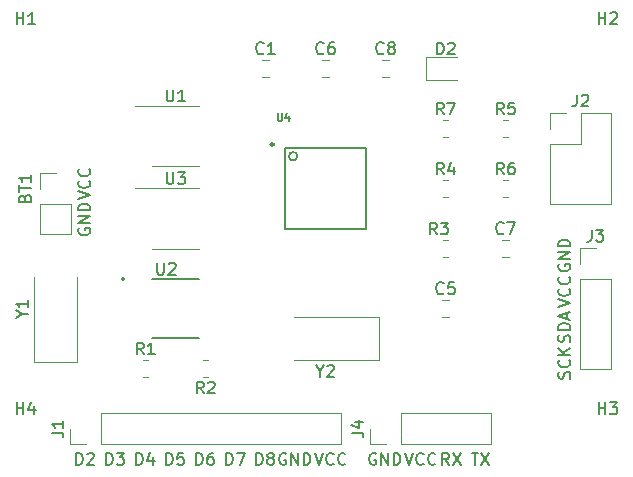
<source format=gto>
%TF.GenerationSoftware,KiCad,Pcbnew,(6.0.0)*%
%TF.CreationDate,2022-01-07T19:36:24+08:00*%
%TF.ProjectId,pj4_MCU,706a345f-4d43-4552-9e6b-696361645f70,1*%
%TF.SameCoordinates,Original*%
%TF.FileFunction,Legend,Top*%
%TF.FilePolarity,Positive*%
%FSLAX46Y46*%
G04 Gerber Fmt 4.6, Leading zero omitted, Abs format (unit mm)*
G04 Created by KiCad (PCBNEW (6.0.0)) date 2022-01-07 19:36:24*
%MOMM*%
%LPD*%
G01*
G04 APERTURE LIST*
%ADD10C,0.150000*%
%ADD11C,0.120000*%
%ADD12C,0.254000*%
%ADD13C,0.152400*%
%ADD14C,0.127000*%
%ADD15C,0.200000*%
G04 APERTURE END LIST*
D10*
X154836761Y-131770285D02*
X154884380Y-131627428D01*
X154884380Y-131389333D01*
X154836761Y-131294095D01*
X154789142Y-131246476D01*
X154693904Y-131198857D01*
X154598666Y-131198857D01*
X154503428Y-131246476D01*
X154455809Y-131294095D01*
X154408190Y-131389333D01*
X154360571Y-131579809D01*
X154312952Y-131675047D01*
X154265333Y-131722666D01*
X154170095Y-131770285D01*
X154074857Y-131770285D01*
X153979619Y-131722666D01*
X153932000Y-131675047D01*
X153884380Y-131579809D01*
X153884380Y-131341714D01*
X153932000Y-131198857D01*
X154884380Y-130770285D02*
X153884380Y-130770285D01*
X153884380Y-130532190D01*
X153932000Y-130389333D01*
X154027238Y-130294095D01*
X154122476Y-130246476D01*
X154312952Y-130198857D01*
X154455809Y-130198857D01*
X154646285Y-130246476D01*
X154741523Y-130294095D01*
X154836761Y-130389333D01*
X154884380Y-130532190D01*
X154884380Y-130770285D01*
X154598666Y-129817904D02*
X154598666Y-129341714D01*
X154884380Y-129913142D02*
X153884380Y-129579809D01*
X154884380Y-129246476D01*
X154836761Y-134889714D02*
X154884380Y-134746857D01*
X154884380Y-134508761D01*
X154836761Y-134413523D01*
X154789142Y-134365904D01*
X154693904Y-134318285D01*
X154598666Y-134318285D01*
X154503428Y-134365904D01*
X154455809Y-134413523D01*
X154408190Y-134508761D01*
X154360571Y-134699238D01*
X154312952Y-134794476D01*
X154265333Y-134842095D01*
X154170095Y-134889714D01*
X154074857Y-134889714D01*
X153979619Y-134842095D01*
X153932000Y-134794476D01*
X153884380Y-134699238D01*
X153884380Y-134461142D01*
X153932000Y-134318285D01*
X154789142Y-133318285D02*
X154836761Y-133365904D01*
X154884380Y-133508761D01*
X154884380Y-133604000D01*
X154836761Y-133746857D01*
X154741523Y-133842095D01*
X154646285Y-133889714D01*
X154455809Y-133937333D01*
X154312952Y-133937333D01*
X154122476Y-133889714D01*
X154027238Y-133842095D01*
X153932000Y-133746857D01*
X153884380Y-133604000D01*
X153884380Y-133508761D01*
X153932000Y-133365904D01*
X153979619Y-133318285D01*
X154884380Y-132889714D02*
X153884380Y-132889714D01*
X154884380Y-132318285D02*
X154312952Y-132746857D01*
X153884380Y-132318285D02*
X154455809Y-132889714D01*
X153932000Y-125221904D02*
X153884380Y-125317142D01*
X153884380Y-125460000D01*
X153932000Y-125602857D01*
X154027238Y-125698095D01*
X154122476Y-125745714D01*
X154312952Y-125793333D01*
X154455809Y-125793333D01*
X154646285Y-125745714D01*
X154741523Y-125698095D01*
X154836761Y-125602857D01*
X154884380Y-125460000D01*
X154884380Y-125364761D01*
X154836761Y-125221904D01*
X154789142Y-125174285D01*
X154455809Y-125174285D01*
X154455809Y-125364761D01*
X154884380Y-124745714D02*
X153884380Y-124745714D01*
X154884380Y-124174285D01*
X153884380Y-124174285D01*
X154884380Y-123698095D02*
X153884380Y-123698095D01*
X153884380Y-123460000D01*
X153932000Y-123317142D01*
X154027238Y-123221904D01*
X154122476Y-123174285D01*
X154312952Y-123126666D01*
X154455809Y-123126666D01*
X154646285Y-123174285D01*
X154741523Y-123221904D01*
X154836761Y-123317142D01*
X154884380Y-123460000D01*
X154884380Y-123698095D01*
X153884380Y-128841333D02*
X154884380Y-128508000D01*
X153884380Y-128174666D01*
X154789142Y-127269904D02*
X154836761Y-127317523D01*
X154884380Y-127460380D01*
X154884380Y-127555619D01*
X154836761Y-127698476D01*
X154741523Y-127793714D01*
X154646285Y-127841333D01*
X154455809Y-127888952D01*
X154312952Y-127888952D01*
X154122476Y-127841333D01*
X154027238Y-127793714D01*
X153932000Y-127698476D01*
X153884380Y-127555619D01*
X153884380Y-127460380D01*
X153932000Y-127317523D01*
X153979619Y-127269904D01*
X154789142Y-126269904D02*
X154836761Y-126317523D01*
X154884380Y-126460380D01*
X154884380Y-126555619D01*
X154836761Y-126698476D01*
X154741523Y-126793714D01*
X154646285Y-126841333D01*
X154455809Y-126888952D01*
X154312952Y-126888952D01*
X154122476Y-126841333D01*
X154027238Y-126793714D01*
X153932000Y-126698476D01*
X153884380Y-126555619D01*
X153884380Y-126460380D01*
X153932000Y-126317523D01*
X153979619Y-126269904D01*
X113244380Y-119697333D02*
X114244380Y-119364000D01*
X113244380Y-119030666D01*
X114149142Y-118125904D02*
X114196761Y-118173523D01*
X114244380Y-118316380D01*
X114244380Y-118411619D01*
X114196761Y-118554476D01*
X114101523Y-118649714D01*
X114006285Y-118697333D01*
X113815809Y-118744952D01*
X113672952Y-118744952D01*
X113482476Y-118697333D01*
X113387238Y-118649714D01*
X113292000Y-118554476D01*
X113244380Y-118411619D01*
X113244380Y-118316380D01*
X113292000Y-118173523D01*
X113339619Y-118125904D01*
X114149142Y-117125904D02*
X114196761Y-117173523D01*
X114244380Y-117316380D01*
X114244380Y-117411619D01*
X114196761Y-117554476D01*
X114101523Y-117649714D01*
X114006285Y-117697333D01*
X113815809Y-117744952D01*
X113672952Y-117744952D01*
X113482476Y-117697333D01*
X113387238Y-117649714D01*
X113292000Y-117554476D01*
X113244380Y-117411619D01*
X113244380Y-117316380D01*
X113292000Y-117173523D01*
X113339619Y-117125904D01*
X113292000Y-122173904D02*
X113244380Y-122269142D01*
X113244380Y-122412000D01*
X113292000Y-122554857D01*
X113387238Y-122650095D01*
X113482476Y-122697714D01*
X113672952Y-122745333D01*
X113815809Y-122745333D01*
X114006285Y-122697714D01*
X114101523Y-122650095D01*
X114196761Y-122554857D01*
X114244380Y-122412000D01*
X114244380Y-122316761D01*
X114196761Y-122173904D01*
X114149142Y-122126285D01*
X113815809Y-122126285D01*
X113815809Y-122316761D01*
X114244380Y-121697714D02*
X113244380Y-121697714D01*
X114244380Y-121126285D01*
X113244380Y-121126285D01*
X114244380Y-120650095D02*
X113244380Y-120650095D01*
X113244380Y-120412000D01*
X113292000Y-120269142D01*
X113387238Y-120173904D01*
X113482476Y-120126285D01*
X113672952Y-120078666D01*
X113815809Y-120078666D01*
X114006285Y-120126285D01*
X114101523Y-120173904D01*
X114196761Y-120269142D01*
X114244380Y-120412000D01*
X114244380Y-120650095D01*
X146558095Y-141181769D02*
X147129523Y-141181769D01*
X146843809Y-142181769D02*
X146843809Y-141181769D01*
X147367619Y-141181769D02*
X148034285Y-142181769D01*
X148034285Y-141181769D02*
X147367619Y-142181769D01*
X144613333Y-142184380D02*
X144280000Y-141708190D01*
X144041904Y-142184380D02*
X144041904Y-141184380D01*
X144422857Y-141184380D01*
X144518095Y-141232000D01*
X144565714Y-141279619D01*
X144613333Y-141374857D01*
X144613333Y-141517714D01*
X144565714Y-141612952D01*
X144518095Y-141660571D01*
X144422857Y-141708190D01*
X144041904Y-141708190D01*
X144946666Y-141184380D02*
X145613333Y-142184380D01*
X145613333Y-141184380D02*
X144946666Y-142184380D01*
X140906666Y-141184380D02*
X141240000Y-142184380D01*
X141573333Y-141184380D01*
X142478095Y-142089142D02*
X142430476Y-142136761D01*
X142287619Y-142184380D01*
X142192380Y-142184380D01*
X142049523Y-142136761D01*
X141954285Y-142041523D01*
X141906666Y-141946285D01*
X141859047Y-141755809D01*
X141859047Y-141612952D01*
X141906666Y-141422476D01*
X141954285Y-141327238D01*
X142049523Y-141232000D01*
X142192380Y-141184380D01*
X142287619Y-141184380D01*
X142430476Y-141232000D01*
X142478095Y-141279619D01*
X143478095Y-142089142D02*
X143430476Y-142136761D01*
X143287619Y-142184380D01*
X143192380Y-142184380D01*
X143049523Y-142136761D01*
X142954285Y-142041523D01*
X142906666Y-141946285D01*
X142859047Y-141755809D01*
X142859047Y-141612952D01*
X142906666Y-141422476D01*
X142954285Y-141327238D01*
X143049523Y-141232000D01*
X143192380Y-141184380D01*
X143287619Y-141184380D01*
X143430476Y-141232000D01*
X143478095Y-141279619D01*
X138430095Y-141232000D02*
X138334857Y-141184380D01*
X138192000Y-141184380D01*
X138049142Y-141232000D01*
X137953904Y-141327238D01*
X137906285Y-141422476D01*
X137858666Y-141612952D01*
X137858666Y-141755809D01*
X137906285Y-141946285D01*
X137953904Y-142041523D01*
X138049142Y-142136761D01*
X138192000Y-142184380D01*
X138287238Y-142184380D01*
X138430095Y-142136761D01*
X138477714Y-142089142D01*
X138477714Y-141755809D01*
X138287238Y-141755809D01*
X138906285Y-142184380D02*
X138906285Y-141184380D01*
X139477714Y-142184380D01*
X139477714Y-141184380D01*
X139953904Y-142184380D02*
X139953904Y-141184380D01*
X140192000Y-141184380D01*
X140334857Y-141232000D01*
X140430095Y-141327238D01*
X140477714Y-141422476D01*
X140525333Y-141612952D01*
X140525333Y-141755809D01*
X140477714Y-141946285D01*
X140430095Y-142041523D01*
X140334857Y-142136761D01*
X140192000Y-142184380D01*
X139953904Y-142184380D01*
X133286666Y-141184380D02*
X133620000Y-142184380D01*
X133953333Y-141184380D01*
X134858095Y-142089142D02*
X134810476Y-142136761D01*
X134667619Y-142184380D01*
X134572380Y-142184380D01*
X134429523Y-142136761D01*
X134334285Y-142041523D01*
X134286666Y-141946285D01*
X134239047Y-141755809D01*
X134239047Y-141612952D01*
X134286666Y-141422476D01*
X134334285Y-141327238D01*
X134429523Y-141232000D01*
X134572380Y-141184380D01*
X134667619Y-141184380D01*
X134810476Y-141232000D01*
X134858095Y-141279619D01*
X135858095Y-142089142D02*
X135810476Y-142136761D01*
X135667619Y-142184380D01*
X135572380Y-142184380D01*
X135429523Y-142136761D01*
X135334285Y-142041523D01*
X135286666Y-141946285D01*
X135239047Y-141755809D01*
X135239047Y-141612952D01*
X135286666Y-141422476D01*
X135334285Y-141327238D01*
X135429523Y-141232000D01*
X135572380Y-141184380D01*
X135667619Y-141184380D01*
X135810476Y-141232000D01*
X135858095Y-141279619D01*
X130810095Y-141232000D02*
X130714857Y-141184380D01*
X130572000Y-141184380D01*
X130429142Y-141232000D01*
X130333904Y-141327238D01*
X130286285Y-141422476D01*
X130238666Y-141612952D01*
X130238666Y-141755809D01*
X130286285Y-141946285D01*
X130333904Y-142041523D01*
X130429142Y-142136761D01*
X130572000Y-142184380D01*
X130667238Y-142184380D01*
X130810095Y-142136761D01*
X130857714Y-142089142D01*
X130857714Y-141755809D01*
X130667238Y-141755809D01*
X131286285Y-142184380D02*
X131286285Y-141184380D01*
X131857714Y-142184380D01*
X131857714Y-141184380D01*
X132333904Y-142184380D02*
X132333904Y-141184380D01*
X132572000Y-141184380D01*
X132714857Y-141232000D01*
X132810095Y-141327238D01*
X132857714Y-141422476D01*
X132905333Y-141612952D01*
X132905333Y-141755809D01*
X132857714Y-141946285D01*
X132810095Y-142041523D01*
X132714857Y-142136761D01*
X132572000Y-142184380D01*
X132333904Y-142184380D01*
X128293904Y-142184380D02*
X128293904Y-141184380D01*
X128532000Y-141184380D01*
X128674857Y-141232000D01*
X128770095Y-141327238D01*
X128817714Y-141422476D01*
X128865333Y-141612952D01*
X128865333Y-141755809D01*
X128817714Y-141946285D01*
X128770095Y-142041523D01*
X128674857Y-142136761D01*
X128532000Y-142184380D01*
X128293904Y-142184380D01*
X129436761Y-141612952D02*
X129341523Y-141565333D01*
X129293904Y-141517714D01*
X129246285Y-141422476D01*
X129246285Y-141374857D01*
X129293904Y-141279619D01*
X129341523Y-141232000D01*
X129436761Y-141184380D01*
X129627238Y-141184380D01*
X129722476Y-141232000D01*
X129770095Y-141279619D01*
X129817714Y-141374857D01*
X129817714Y-141422476D01*
X129770095Y-141517714D01*
X129722476Y-141565333D01*
X129627238Y-141612952D01*
X129436761Y-141612952D01*
X129341523Y-141660571D01*
X129293904Y-141708190D01*
X129246285Y-141803428D01*
X129246285Y-141993904D01*
X129293904Y-142089142D01*
X129341523Y-142136761D01*
X129436761Y-142184380D01*
X129627238Y-142184380D01*
X129722476Y-142136761D01*
X129770095Y-142089142D01*
X129817714Y-141993904D01*
X129817714Y-141803428D01*
X129770095Y-141708190D01*
X129722476Y-141660571D01*
X129627238Y-141612952D01*
X125753904Y-142184380D02*
X125753904Y-141184380D01*
X125992000Y-141184380D01*
X126134857Y-141232000D01*
X126230095Y-141327238D01*
X126277714Y-141422476D01*
X126325333Y-141612952D01*
X126325333Y-141755809D01*
X126277714Y-141946285D01*
X126230095Y-142041523D01*
X126134857Y-142136761D01*
X125992000Y-142184380D01*
X125753904Y-142184380D01*
X126658666Y-141184380D02*
X127325333Y-141184380D01*
X126896761Y-142184380D01*
X123213904Y-142184380D02*
X123213904Y-141184380D01*
X123452000Y-141184380D01*
X123594857Y-141232000D01*
X123690095Y-141327238D01*
X123737714Y-141422476D01*
X123785333Y-141612952D01*
X123785333Y-141755809D01*
X123737714Y-141946285D01*
X123690095Y-142041523D01*
X123594857Y-142136761D01*
X123452000Y-142184380D01*
X123213904Y-142184380D01*
X124642476Y-141184380D02*
X124452000Y-141184380D01*
X124356761Y-141232000D01*
X124309142Y-141279619D01*
X124213904Y-141422476D01*
X124166285Y-141612952D01*
X124166285Y-141993904D01*
X124213904Y-142089142D01*
X124261523Y-142136761D01*
X124356761Y-142184380D01*
X124547238Y-142184380D01*
X124642476Y-142136761D01*
X124690095Y-142089142D01*
X124737714Y-141993904D01*
X124737714Y-141755809D01*
X124690095Y-141660571D01*
X124642476Y-141612952D01*
X124547238Y-141565333D01*
X124356761Y-141565333D01*
X124261523Y-141612952D01*
X124213904Y-141660571D01*
X124166285Y-141755809D01*
X120673904Y-142184380D02*
X120673904Y-141184380D01*
X120912000Y-141184380D01*
X121054857Y-141232000D01*
X121150095Y-141327238D01*
X121197714Y-141422476D01*
X121245333Y-141612952D01*
X121245333Y-141755809D01*
X121197714Y-141946285D01*
X121150095Y-142041523D01*
X121054857Y-142136761D01*
X120912000Y-142184380D01*
X120673904Y-142184380D01*
X122150095Y-141184380D02*
X121673904Y-141184380D01*
X121626285Y-141660571D01*
X121673904Y-141612952D01*
X121769142Y-141565333D01*
X122007238Y-141565333D01*
X122102476Y-141612952D01*
X122150095Y-141660571D01*
X122197714Y-141755809D01*
X122197714Y-141993904D01*
X122150095Y-142089142D01*
X122102476Y-142136761D01*
X122007238Y-142184380D01*
X121769142Y-142184380D01*
X121673904Y-142136761D01*
X121626285Y-142089142D01*
X118133904Y-142184380D02*
X118133904Y-141184380D01*
X118372000Y-141184380D01*
X118514857Y-141232000D01*
X118610095Y-141327238D01*
X118657714Y-141422476D01*
X118705333Y-141612952D01*
X118705333Y-141755809D01*
X118657714Y-141946285D01*
X118610095Y-142041523D01*
X118514857Y-142136761D01*
X118372000Y-142184380D01*
X118133904Y-142184380D01*
X119562476Y-141517714D02*
X119562476Y-142184380D01*
X119324380Y-141136761D02*
X119086285Y-141851047D01*
X119705333Y-141851047D01*
X115593904Y-142184380D02*
X115593904Y-141184380D01*
X115832000Y-141184380D01*
X115974857Y-141232000D01*
X116070095Y-141327238D01*
X116117714Y-141422476D01*
X116165333Y-141612952D01*
X116165333Y-141755809D01*
X116117714Y-141946285D01*
X116070095Y-142041523D01*
X115974857Y-142136761D01*
X115832000Y-142184380D01*
X115593904Y-142184380D01*
X116498666Y-141184380D02*
X117117714Y-141184380D01*
X116784380Y-141565333D01*
X116927238Y-141565333D01*
X117022476Y-141612952D01*
X117070095Y-141660571D01*
X117117714Y-141755809D01*
X117117714Y-141993904D01*
X117070095Y-142089142D01*
X117022476Y-142136761D01*
X116927238Y-142184380D01*
X116641523Y-142184380D01*
X116546285Y-142136761D01*
X116498666Y-142089142D01*
X113053904Y-142184380D02*
X113053904Y-141184380D01*
X113292000Y-141184380D01*
X113434857Y-141232000D01*
X113530095Y-141327238D01*
X113577714Y-141422476D01*
X113625333Y-141612952D01*
X113625333Y-141755809D01*
X113577714Y-141946285D01*
X113530095Y-142041523D01*
X113434857Y-142136761D01*
X113292000Y-142184380D01*
X113053904Y-142184380D01*
X114006285Y-141279619D02*
X114053904Y-141232000D01*
X114149142Y-141184380D01*
X114387238Y-141184380D01*
X114482476Y-141232000D01*
X114530095Y-141279619D01*
X114577714Y-141374857D01*
X114577714Y-141470095D01*
X114530095Y-141612952D01*
X113958666Y-142184380D01*
X114577714Y-142184380D01*
%TO.C,U3*%
X120716095Y-117398380D02*
X120716095Y-118207904D01*
X120763714Y-118303142D01*
X120811333Y-118350761D01*
X120906571Y-118398380D01*
X121097047Y-118398380D01*
X121192285Y-118350761D01*
X121239904Y-118303142D01*
X121287523Y-118207904D01*
X121287523Y-117398380D01*
X121668476Y-117398380D02*
X122287523Y-117398380D01*
X121954190Y-117779333D01*
X122097047Y-117779333D01*
X122192285Y-117826952D01*
X122239904Y-117874571D01*
X122287523Y-117969809D01*
X122287523Y-118207904D01*
X122239904Y-118303142D01*
X122192285Y-118350761D01*
X122097047Y-118398380D01*
X121811333Y-118398380D01*
X121716095Y-118350761D01*
X121668476Y-118303142D01*
%TO.C,U1*%
X120716095Y-110413380D02*
X120716095Y-111222904D01*
X120763714Y-111318142D01*
X120811333Y-111365761D01*
X120906571Y-111413380D01*
X121097047Y-111413380D01*
X121192285Y-111365761D01*
X121239904Y-111318142D01*
X121287523Y-111222904D01*
X121287523Y-110413380D01*
X122287523Y-111413380D02*
X121716095Y-111413380D01*
X122001809Y-111413380D02*
X122001809Y-110413380D01*
X121906571Y-110556238D01*
X121811333Y-110651476D01*
X121716095Y-110699095D01*
%TO.C,C1*%
X128931333Y-107323142D02*
X128883714Y-107370761D01*
X128740857Y-107418380D01*
X128645619Y-107418380D01*
X128502761Y-107370761D01*
X128407523Y-107275523D01*
X128359904Y-107180285D01*
X128312285Y-106989809D01*
X128312285Y-106846952D01*
X128359904Y-106656476D01*
X128407523Y-106561238D01*
X128502761Y-106466000D01*
X128645619Y-106418380D01*
X128740857Y-106418380D01*
X128883714Y-106466000D01*
X128931333Y-106513619D01*
X129883714Y-107418380D02*
X129312285Y-107418380D01*
X129598000Y-107418380D02*
X129598000Y-106418380D01*
X129502761Y-106561238D01*
X129407523Y-106656476D01*
X129312285Y-106704095D01*
%TO.C,BT1*%
X108706571Y-119591714D02*
X108754190Y-119448857D01*
X108801809Y-119401238D01*
X108897047Y-119353619D01*
X109039904Y-119353619D01*
X109135142Y-119401238D01*
X109182761Y-119448857D01*
X109230380Y-119544095D01*
X109230380Y-119925047D01*
X108230380Y-119925047D01*
X108230380Y-119591714D01*
X108278000Y-119496476D01*
X108325619Y-119448857D01*
X108420857Y-119401238D01*
X108516095Y-119401238D01*
X108611333Y-119448857D01*
X108658952Y-119496476D01*
X108706571Y-119591714D01*
X108706571Y-119925047D01*
X108230380Y-119067904D02*
X108230380Y-118496476D01*
X109230380Y-118782190D02*
X108230380Y-118782190D01*
X109230380Y-117639333D02*
X109230380Y-118210761D01*
X109230380Y-117925047D02*
X108230380Y-117925047D01*
X108373238Y-118020285D01*
X108468476Y-118115523D01*
X108516095Y-118210761D01*
%TO.C,J3*%
X156704666Y-122288380D02*
X156704666Y-123002666D01*
X156657047Y-123145523D01*
X156561809Y-123240761D01*
X156418952Y-123288380D01*
X156323714Y-123288380D01*
X157085619Y-122288380D02*
X157704666Y-122288380D01*
X157371333Y-122669333D01*
X157514190Y-122669333D01*
X157609428Y-122716952D01*
X157657047Y-122764571D01*
X157704666Y-122859809D01*
X157704666Y-123097904D01*
X157657047Y-123193142D01*
X157609428Y-123240761D01*
X157514190Y-123288380D01*
X157228476Y-123288380D01*
X157133238Y-123240761D01*
X157085619Y-123193142D01*
%TO.C,J2*%
X155434666Y-110848380D02*
X155434666Y-111562666D01*
X155387047Y-111705523D01*
X155291809Y-111800761D01*
X155148952Y-111848380D01*
X155053714Y-111848380D01*
X155863238Y-110943619D02*
X155910857Y-110896000D01*
X156006095Y-110848380D01*
X156244190Y-110848380D01*
X156339428Y-110896000D01*
X156387047Y-110943619D01*
X156434666Y-111038857D01*
X156434666Y-111134095D01*
X156387047Y-111276952D01*
X155815619Y-111848380D01*
X156434666Y-111848380D01*
%TO.C,R4*%
X144171333Y-117608380D02*
X143838000Y-117132190D01*
X143599904Y-117608380D02*
X143599904Y-116608380D01*
X143980857Y-116608380D01*
X144076095Y-116656000D01*
X144123714Y-116703619D01*
X144171333Y-116798857D01*
X144171333Y-116941714D01*
X144123714Y-117036952D01*
X144076095Y-117084571D01*
X143980857Y-117132190D01*
X143599904Y-117132190D01*
X145028476Y-116941714D02*
X145028476Y-117608380D01*
X144790380Y-116560761D02*
X144552285Y-117275047D01*
X145171333Y-117275047D01*
%TO.C,C7*%
X149251333Y-122563142D02*
X149203714Y-122610761D01*
X149060857Y-122658380D01*
X148965619Y-122658380D01*
X148822761Y-122610761D01*
X148727523Y-122515523D01*
X148679904Y-122420285D01*
X148632285Y-122229809D01*
X148632285Y-122086952D01*
X148679904Y-121896476D01*
X148727523Y-121801238D01*
X148822761Y-121706000D01*
X148965619Y-121658380D01*
X149060857Y-121658380D01*
X149203714Y-121706000D01*
X149251333Y-121753619D01*
X149584666Y-121658380D02*
X150251333Y-121658380D01*
X149822761Y-122658380D01*
%TO.C,R2*%
X123851333Y-136148380D02*
X123518000Y-135672190D01*
X123279904Y-136148380D02*
X123279904Y-135148380D01*
X123660857Y-135148380D01*
X123756095Y-135196000D01*
X123803714Y-135243619D01*
X123851333Y-135338857D01*
X123851333Y-135481714D01*
X123803714Y-135576952D01*
X123756095Y-135624571D01*
X123660857Y-135672190D01*
X123279904Y-135672190D01*
X124232285Y-135243619D02*
X124279904Y-135196000D01*
X124375142Y-135148380D01*
X124613238Y-135148380D01*
X124708476Y-135196000D01*
X124756095Y-135243619D01*
X124803714Y-135338857D01*
X124803714Y-135434095D01*
X124756095Y-135576952D01*
X124184666Y-136148380D01*
X124803714Y-136148380D01*
%TO.C,H4*%
X108016095Y-137902380D02*
X108016095Y-136902380D01*
X108016095Y-137378571D02*
X108587523Y-137378571D01*
X108587523Y-137902380D02*
X108587523Y-136902380D01*
X109492285Y-137235714D02*
X109492285Y-137902380D01*
X109254190Y-136854761D02*
X109016095Y-137569047D01*
X109635142Y-137569047D01*
%TO.C,R1*%
X118771333Y-132848380D02*
X118438000Y-132372190D01*
X118199904Y-132848380D02*
X118199904Y-131848380D01*
X118580857Y-131848380D01*
X118676095Y-131896000D01*
X118723714Y-131943619D01*
X118771333Y-132038857D01*
X118771333Y-132181714D01*
X118723714Y-132276952D01*
X118676095Y-132324571D01*
X118580857Y-132372190D01*
X118199904Y-132372190D01*
X119723714Y-132848380D02*
X119152285Y-132848380D01*
X119438000Y-132848380D02*
X119438000Y-131848380D01*
X119342761Y-131991238D01*
X119247523Y-132086476D01*
X119152285Y-132134095D01*
%TO.C,C6*%
X134011333Y-107323142D02*
X133963714Y-107370761D01*
X133820857Y-107418380D01*
X133725619Y-107418380D01*
X133582761Y-107370761D01*
X133487523Y-107275523D01*
X133439904Y-107180285D01*
X133392285Y-106989809D01*
X133392285Y-106846952D01*
X133439904Y-106656476D01*
X133487523Y-106561238D01*
X133582761Y-106466000D01*
X133725619Y-106418380D01*
X133820857Y-106418380D01*
X133963714Y-106466000D01*
X134011333Y-106513619D01*
X134868476Y-106418380D02*
X134678000Y-106418380D01*
X134582761Y-106466000D01*
X134535142Y-106513619D01*
X134439904Y-106656476D01*
X134392285Y-106846952D01*
X134392285Y-107227904D01*
X134439904Y-107323142D01*
X134487523Y-107370761D01*
X134582761Y-107418380D01*
X134773238Y-107418380D01*
X134868476Y-107370761D01*
X134916095Y-107323142D01*
X134963714Y-107227904D01*
X134963714Y-106989809D01*
X134916095Y-106894571D01*
X134868476Y-106846952D01*
X134773238Y-106799333D01*
X134582761Y-106799333D01*
X134487523Y-106846952D01*
X134439904Y-106894571D01*
X134392285Y-106989809D01*
%TO.C,U4*%
X130145991Y-112416778D02*
X130145991Y-112935876D01*
X130176527Y-112996946D01*
X130207062Y-113027482D01*
X130268132Y-113058017D01*
X130390273Y-113058017D01*
X130451343Y-113027482D01*
X130481879Y-112996946D01*
X130512414Y-112935876D01*
X130512414Y-112416778D01*
X131092582Y-112630524D02*
X131092582Y-113058017D01*
X130939906Y-112386243D02*
X130787230Y-112844270D01*
X131184188Y-112844270D01*
%TO.C,Y2*%
X133701809Y-134282190D02*
X133701809Y-134758380D01*
X133368476Y-133758380D02*
X133701809Y-134282190D01*
X134035142Y-133758380D01*
X134320857Y-133853619D02*
X134368476Y-133806000D01*
X134463714Y-133758380D01*
X134701809Y-133758380D01*
X134797047Y-133806000D01*
X134844666Y-133853619D01*
X134892285Y-133948857D01*
X134892285Y-134044095D01*
X134844666Y-134186952D01*
X134273238Y-134758380D01*
X134892285Y-134758380D01*
%TO.C,H2*%
X157292095Y-104882380D02*
X157292095Y-103882380D01*
X157292095Y-104358571D02*
X157863523Y-104358571D01*
X157863523Y-104882380D02*
X157863523Y-103882380D01*
X158292095Y-103977619D02*
X158339714Y-103930000D01*
X158434952Y-103882380D01*
X158673047Y-103882380D01*
X158768285Y-103930000D01*
X158815904Y-103977619D01*
X158863523Y-104072857D01*
X158863523Y-104168095D01*
X158815904Y-104310952D01*
X158244476Y-104882380D01*
X158863523Y-104882380D01*
%TO.C,J4*%
X136380380Y-139459333D02*
X137094666Y-139459333D01*
X137237523Y-139506952D01*
X137332761Y-139602190D01*
X137380380Y-139745047D01*
X137380380Y-139840285D01*
X136713714Y-138554571D02*
X137380380Y-138554571D01*
X136332761Y-138792666D02*
X137047047Y-139030761D01*
X137047047Y-138411714D01*
%TO.C,U2*%
X119921095Y-125086380D02*
X119921095Y-125895904D01*
X119968714Y-125991142D01*
X120016333Y-126038761D01*
X120111571Y-126086380D01*
X120302047Y-126086380D01*
X120397285Y-126038761D01*
X120444904Y-125991142D01*
X120492523Y-125895904D01*
X120492523Y-125086380D01*
X120921095Y-125181619D02*
X120968714Y-125134000D01*
X121063952Y-125086380D01*
X121302047Y-125086380D01*
X121397285Y-125134000D01*
X121444904Y-125181619D01*
X121492523Y-125276857D01*
X121492523Y-125372095D01*
X121444904Y-125514952D01*
X120873476Y-126086380D01*
X121492523Y-126086380D01*
%TO.C,C8*%
X139091333Y-107323142D02*
X139043714Y-107370761D01*
X138900857Y-107418380D01*
X138805619Y-107418380D01*
X138662761Y-107370761D01*
X138567523Y-107275523D01*
X138519904Y-107180285D01*
X138472285Y-106989809D01*
X138472285Y-106846952D01*
X138519904Y-106656476D01*
X138567523Y-106561238D01*
X138662761Y-106466000D01*
X138805619Y-106418380D01*
X138900857Y-106418380D01*
X139043714Y-106466000D01*
X139091333Y-106513619D01*
X139662761Y-106846952D02*
X139567523Y-106799333D01*
X139519904Y-106751714D01*
X139472285Y-106656476D01*
X139472285Y-106608857D01*
X139519904Y-106513619D01*
X139567523Y-106466000D01*
X139662761Y-106418380D01*
X139853238Y-106418380D01*
X139948476Y-106466000D01*
X139996095Y-106513619D01*
X140043714Y-106608857D01*
X140043714Y-106656476D01*
X139996095Y-106751714D01*
X139948476Y-106799333D01*
X139853238Y-106846952D01*
X139662761Y-106846952D01*
X139567523Y-106894571D01*
X139519904Y-106942190D01*
X139472285Y-107037428D01*
X139472285Y-107227904D01*
X139519904Y-107323142D01*
X139567523Y-107370761D01*
X139662761Y-107418380D01*
X139853238Y-107418380D01*
X139948476Y-107370761D01*
X139996095Y-107323142D01*
X140043714Y-107227904D01*
X140043714Y-107037428D01*
X139996095Y-106942190D01*
X139948476Y-106894571D01*
X139853238Y-106846952D01*
%TO.C,R7*%
X144171333Y-112528380D02*
X143838000Y-112052190D01*
X143599904Y-112528380D02*
X143599904Y-111528380D01*
X143980857Y-111528380D01*
X144076095Y-111576000D01*
X144123714Y-111623619D01*
X144171333Y-111718857D01*
X144171333Y-111861714D01*
X144123714Y-111956952D01*
X144076095Y-112004571D01*
X143980857Y-112052190D01*
X143599904Y-112052190D01*
X144504666Y-111528380D02*
X145171333Y-111528380D01*
X144742761Y-112528380D01*
%TO.C,R6*%
X149251333Y-117608380D02*
X148918000Y-117132190D01*
X148679904Y-117608380D02*
X148679904Y-116608380D01*
X149060857Y-116608380D01*
X149156095Y-116656000D01*
X149203714Y-116703619D01*
X149251333Y-116798857D01*
X149251333Y-116941714D01*
X149203714Y-117036952D01*
X149156095Y-117084571D01*
X149060857Y-117132190D01*
X148679904Y-117132190D01*
X150108476Y-116608380D02*
X149918000Y-116608380D01*
X149822761Y-116656000D01*
X149775142Y-116703619D01*
X149679904Y-116846476D01*
X149632285Y-117036952D01*
X149632285Y-117417904D01*
X149679904Y-117513142D01*
X149727523Y-117560761D01*
X149822761Y-117608380D01*
X150013238Y-117608380D01*
X150108476Y-117560761D01*
X150156095Y-117513142D01*
X150203714Y-117417904D01*
X150203714Y-117179809D01*
X150156095Y-117084571D01*
X150108476Y-117036952D01*
X150013238Y-116989333D01*
X149822761Y-116989333D01*
X149727523Y-117036952D01*
X149679904Y-117084571D01*
X149632285Y-117179809D01*
%TO.C,C5*%
X144171333Y-127643142D02*
X144123714Y-127690761D01*
X143980857Y-127738380D01*
X143885619Y-127738380D01*
X143742761Y-127690761D01*
X143647523Y-127595523D01*
X143599904Y-127500285D01*
X143552285Y-127309809D01*
X143552285Y-127166952D01*
X143599904Y-126976476D01*
X143647523Y-126881238D01*
X143742761Y-126786000D01*
X143885619Y-126738380D01*
X143980857Y-126738380D01*
X144123714Y-126786000D01*
X144171333Y-126833619D01*
X145076095Y-126738380D02*
X144599904Y-126738380D01*
X144552285Y-127214571D01*
X144599904Y-127166952D01*
X144695142Y-127119333D01*
X144933238Y-127119333D01*
X145028476Y-127166952D01*
X145076095Y-127214571D01*
X145123714Y-127309809D01*
X145123714Y-127547904D01*
X145076095Y-127643142D01*
X145028476Y-127690761D01*
X144933238Y-127738380D01*
X144695142Y-127738380D01*
X144599904Y-127690761D01*
X144552285Y-127643142D01*
%TO.C,D2*%
X143599904Y-107448380D02*
X143599904Y-106448380D01*
X143838000Y-106448380D01*
X143980857Y-106496000D01*
X144076095Y-106591238D01*
X144123714Y-106686476D01*
X144171333Y-106876952D01*
X144171333Y-107019809D01*
X144123714Y-107210285D01*
X144076095Y-107305523D01*
X143980857Y-107400761D01*
X143838000Y-107448380D01*
X143599904Y-107448380D01*
X144552285Y-106543619D02*
X144599904Y-106496000D01*
X144695142Y-106448380D01*
X144933238Y-106448380D01*
X145028476Y-106496000D01*
X145076095Y-106543619D01*
X145123714Y-106638857D01*
X145123714Y-106734095D01*
X145076095Y-106876952D01*
X144504666Y-107448380D01*
X145123714Y-107448380D01*
%TO.C,Y1*%
X108494190Y-129442190D02*
X108970380Y-129442190D01*
X107970380Y-129775523D02*
X108494190Y-129442190D01*
X107970380Y-129108857D01*
X108970380Y-128251714D02*
X108970380Y-128823142D01*
X108970380Y-128537428D02*
X107970380Y-128537428D01*
X108113238Y-128632666D01*
X108208476Y-128727904D01*
X108256095Y-128823142D01*
%TO.C,H3*%
X157292095Y-137902380D02*
X157292095Y-136902380D01*
X157292095Y-137378571D02*
X157863523Y-137378571D01*
X157863523Y-137902380D02*
X157863523Y-136902380D01*
X158244476Y-136902380D02*
X158863523Y-136902380D01*
X158530190Y-137283333D01*
X158673047Y-137283333D01*
X158768285Y-137330952D01*
X158815904Y-137378571D01*
X158863523Y-137473809D01*
X158863523Y-137711904D01*
X158815904Y-137807142D01*
X158768285Y-137854761D01*
X158673047Y-137902380D01*
X158387333Y-137902380D01*
X158292095Y-137854761D01*
X158244476Y-137807142D01*
%TO.C,J1*%
X110990380Y-139459333D02*
X111704666Y-139459333D01*
X111847523Y-139506952D01*
X111942761Y-139602190D01*
X111990380Y-139745047D01*
X111990380Y-139840285D01*
X111990380Y-138459333D02*
X111990380Y-139030761D01*
X111990380Y-138745047D02*
X110990380Y-138745047D01*
X111133238Y-138840285D01*
X111228476Y-138935523D01*
X111276095Y-139030761D01*
%TO.C,R5*%
X149251333Y-112528380D02*
X148918000Y-112052190D01*
X148679904Y-112528380D02*
X148679904Y-111528380D01*
X149060857Y-111528380D01*
X149156095Y-111576000D01*
X149203714Y-111623619D01*
X149251333Y-111718857D01*
X149251333Y-111861714D01*
X149203714Y-111956952D01*
X149156095Y-112004571D01*
X149060857Y-112052190D01*
X148679904Y-112052190D01*
X150156095Y-111528380D02*
X149679904Y-111528380D01*
X149632285Y-112004571D01*
X149679904Y-111956952D01*
X149775142Y-111909333D01*
X150013238Y-111909333D01*
X150108476Y-111956952D01*
X150156095Y-112004571D01*
X150203714Y-112099809D01*
X150203714Y-112337904D01*
X150156095Y-112433142D01*
X150108476Y-112480761D01*
X150013238Y-112528380D01*
X149775142Y-112528380D01*
X149679904Y-112480761D01*
X149632285Y-112433142D01*
%TO.C,R3*%
X143597333Y-122688380D02*
X143264000Y-122212190D01*
X143025904Y-122688380D02*
X143025904Y-121688380D01*
X143406857Y-121688380D01*
X143502095Y-121736000D01*
X143549714Y-121783619D01*
X143597333Y-121878857D01*
X143597333Y-122021714D01*
X143549714Y-122116952D01*
X143502095Y-122164571D01*
X143406857Y-122212190D01*
X143025904Y-122212190D01*
X143930666Y-121688380D02*
X144549714Y-121688380D01*
X144216380Y-122069333D01*
X144359238Y-122069333D01*
X144454476Y-122116952D01*
X144502095Y-122164571D01*
X144549714Y-122259809D01*
X144549714Y-122497904D01*
X144502095Y-122593142D01*
X144454476Y-122640761D01*
X144359238Y-122688380D01*
X144073523Y-122688380D01*
X143978285Y-122640761D01*
X143930666Y-122593142D01*
%TO.C,H1*%
X108016095Y-104882380D02*
X108016095Y-103882380D01*
X108016095Y-104358571D02*
X108587523Y-104358571D01*
X108587523Y-104882380D02*
X108587523Y-103882380D01*
X109587523Y-104882380D02*
X109016095Y-104882380D01*
X109301809Y-104882380D02*
X109301809Y-103882380D01*
X109206571Y-104025238D01*
X109111333Y-104120476D01*
X109016095Y-104168095D01*
D11*
%TO.C,U3*%
X121478000Y-118786000D02*
X123428000Y-118786000D01*
X121478000Y-123906000D02*
X119528000Y-123906000D01*
X121478000Y-123906000D02*
X123428000Y-123906000D01*
X121478000Y-118786000D02*
X118028000Y-118786000D01*
%TO.C,U1*%
X121478000Y-111801000D02*
X123428000Y-111801000D01*
X121478000Y-116921000D02*
X123428000Y-116921000D01*
X121478000Y-111801000D02*
X118028000Y-111801000D01*
X121478000Y-116921000D02*
X119528000Y-116921000D01*
%TO.C,C1*%
X128836748Y-107911000D02*
X129359252Y-107911000D01*
X128836748Y-109381000D02*
X129359252Y-109381000D01*
%TO.C,BT1*%
X109988000Y-122676000D02*
X112648000Y-122676000D01*
X109988000Y-120076000D02*
X112648000Y-120076000D01*
X112648000Y-120076000D02*
X112648000Y-122676000D01*
X109988000Y-120076000D02*
X109988000Y-122676000D01*
X109988000Y-118806000D02*
X109988000Y-117476000D01*
X109988000Y-117476000D02*
X111318000Y-117476000D01*
%TO.C,J3*%
X155708000Y-134116000D02*
X158368000Y-134116000D01*
X155708000Y-126436000D02*
X158368000Y-126436000D01*
X155708000Y-125166000D02*
X155708000Y-123836000D01*
X155708000Y-123836000D02*
X157038000Y-123836000D01*
X158368000Y-126436000D02*
X158368000Y-134116000D01*
X155708000Y-126436000D02*
X155708000Y-134116000D01*
%TO.C,J2*%
X153168000Y-112396000D02*
X154498000Y-112396000D01*
X153168000Y-113726000D02*
X153168000Y-112396000D01*
X153168000Y-114996000D02*
X153168000Y-120136000D01*
X153168000Y-120136000D02*
X158368000Y-120136000D01*
X155768000Y-114996000D02*
X155768000Y-112396000D01*
X158368000Y-112396000D02*
X158368000Y-120136000D01*
X153168000Y-114996000D02*
X155768000Y-114996000D01*
X155768000Y-112396000D02*
X158368000Y-112396000D01*
%TO.C,R4*%
X144110936Y-118071000D02*
X144565064Y-118071000D01*
X144110936Y-119541000D02*
X144565064Y-119541000D01*
%TO.C,C7*%
X149156748Y-123151000D02*
X149679252Y-123151000D01*
X149156748Y-124621000D02*
X149679252Y-124621000D01*
%TO.C,R2*%
X124245064Y-133311000D02*
X123790936Y-133311000D01*
X124245064Y-134781000D02*
X123790936Y-134781000D01*
%TO.C,R1*%
X118710936Y-134781000D02*
X119165064Y-134781000D01*
X118710936Y-133311000D02*
X119165064Y-133311000D01*
%TO.C,C6*%
X133916748Y-107911000D02*
X134439252Y-107911000D01*
X133916748Y-109381000D02*
X134439252Y-109381000D01*
%TO.C,U4*%
D12*
X129805000Y-115056000D02*
G75*
G03*
X129805000Y-115056000I-127000J0D01*
G01*
D13*
X131794000Y-116062800D02*
G75*
G03*
X131794000Y-116062800I-359200J0D01*
G01*
X137578000Y-122206000D02*
X130778000Y-122206000D01*
X130778000Y-115406000D02*
X137578000Y-115406000D01*
X137578000Y-115406000D02*
X137578000Y-122206000D01*
X130778000Y-122206000D02*
X130778000Y-115406000D01*
D11*
%TO.C,Y2*%
X138728000Y-129706000D02*
X131478000Y-129706000D01*
X138728000Y-133306000D02*
X138728000Y-129706000D01*
X131478000Y-133306000D02*
X138728000Y-133306000D01*
%TO.C,J4*%
X140528000Y-140456000D02*
X148208000Y-140456000D01*
X137928000Y-140456000D02*
X137928000Y-139126000D01*
X148208000Y-140456000D02*
X148208000Y-137796000D01*
X140528000Y-140456000D02*
X140528000Y-137796000D01*
X140528000Y-137796000D02*
X148208000Y-137796000D01*
X139258000Y-140456000D02*
X137928000Y-140456000D01*
D14*
%TO.C,U2*%
X119478000Y-126446000D02*
X123478000Y-126446000D01*
X119478000Y-131486000D02*
X123478000Y-131486000D01*
D15*
X117133000Y-126471000D02*
G75*
G03*
X117133000Y-126471000I-100000J0D01*
G01*
D11*
%TO.C,C8*%
X138996748Y-107911000D02*
X139519252Y-107911000D01*
X138996748Y-109381000D02*
X139519252Y-109381000D01*
%TO.C,R7*%
X144110936Y-114461000D02*
X144565064Y-114461000D01*
X144110936Y-112991000D02*
X144565064Y-112991000D01*
%TO.C,R6*%
X149190936Y-118071000D02*
X149645064Y-118071000D01*
X149190936Y-119541000D02*
X149645064Y-119541000D01*
%TO.C,C5*%
X144076748Y-129701000D02*
X144599252Y-129701000D01*
X144076748Y-128231000D02*
X144599252Y-128231000D01*
%TO.C,D2*%
X142653000Y-109606000D02*
X145338000Y-109606000D01*
X145338000Y-107686000D02*
X142653000Y-107686000D01*
X142653000Y-107686000D02*
X142653000Y-109606000D01*
%TO.C,Y1*%
X109518000Y-133516000D02*
X113118000Y-133516000D01*
X113118000Y-133516000D02*
X113118000Y-126266000D01*
X109518000Y-126266000D02*
X109518000Y-133516000D01*
%TO.C,J1*%
X113868000Y-140456000D02*
X112538000Y-140456000D01*
X115138000Y-137796000D02*
X135518000Y-137796000D01*
X112538000Y-140456000D02*
X112538000Y-139126000D01*
X135518000Y-140456000D02*
X135518000Y-137796000D01*
X115138000Y-140456000D02*
X115138000Y-137796000D01*
X115138000Y-140456000D02*
X135518000Y-140456000D01*
%TO.C,R5*%
X149190936Y-114461000D02*
X149645064Y-114461000D01*
X149190936Y-112991000D02*
X149645064Y-112991000D01*
%TO.C,R3*%
X144110936Y-124621000D02*
X144565064Y-124621000D01*
X144110936Y-123151000D02*
X144565064Y-123151000D01*
%TD*%
M02*

</source>
